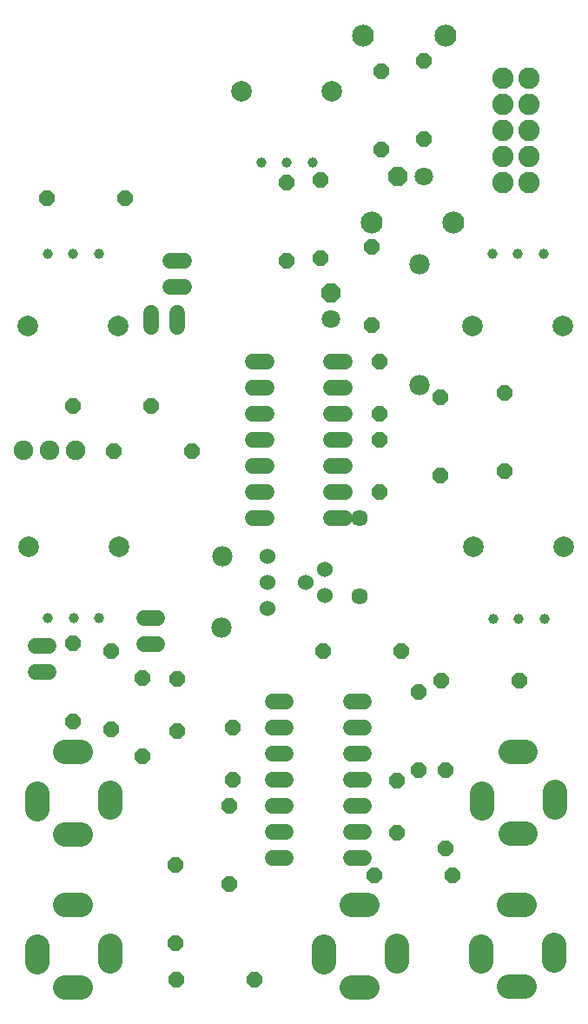
<source format=gbr>
G04 EAGLE Gerber RS-274X export*
G75*
%MOMM*%
%FSLAX34Y34*%
%LPD*%
%INSoldermask Top*%
%IPPOS*%
%AMOC8*
5,1,8,0,0,1.08239X$1,22.5*%
G01*
G04 Define Apertures*
%ADD10P,1.64956X8X292.5*%
%ADD11C,1.611200*%
%ADD12C,1.524000*%
%ADD13C,2.082800*%
%ADD14C,1.524000*%
%ADD15P,1.64956X8X112.5*%
%ADD16P,1.64956X8X22.5*%
%ADD17P,1.64956X8X202.5*%
%ADD18C,1.903200*%
%ADD19C,2.000000*%
%ADD20C,1.000000*%
%ADD21P,1.95198X8X112.5*%
%ADD22C,1.803400*%
%ADD23P,1.95198X8X202.5*%
%ADD24C,2.133600*%
%ADD25C,2.403200*%
%ADD26C,1.981200*%
D10*
X400812Y574802D03*
X400812Y524002D03*
X257556Y294712D03*
X257556Y243912D03*
D11*
X381000Y498602D03*
X381000Y422402D03*
D12*
X385566Y167132D02*
X372358Y167132D01*
X372358Y192532D02*
X385566Y192532D01*
X385566Y319532D02*
X372358Y319532D01*
X309366Y319532D02*
X296158Y319532D01*
X372358Y217932D02*
X385566Y217932D01*
X385566Y243332D02*
X372358Y243332D01*
X372358Y294132D02*
X385566Y294132D01*
X385566Y268732D02*
X372358Y268732D01*
X309366Y294132D02*
X296158Y294132D01*
X296158Y268732D02*
X309366Y268732D01*
X309366Y243332D02*
X296158Y243332D01*
X296158Y217932D02*
X309366Y217932D01*
X309366Y192532D02*
X296158Y192532D01*
X296158Y167132D02*
X309366Y167132D01*
X290062Y650748D02*
X276854Y650748D01*
X276854Y625348D02*
X290062Y625348D01*
X290062Y498348D02*
X276854Y498348D01*
X353054Y498348D02*
X366262Y498348D01*
X290062Y599948D02*
X276854Y599948D01*
X276854Y574548D02*
X290062Y574548D01*
X290062Y523748D02*
X276854Y523748D01*
X276854Y549148D02*
X290062Y549148D01*
X353054Y523748D02*
X366262Y523748D01*
X366262Y549148D02*
X353054Y549148D01*
X353054Y574548D02*
X366262Y574548D01*
X366262Y599948D02*
X353054Y599948D01*
X353054Y625348D02*
X366262Y625348D01*
X366262Y650748D02*
X353054Y650748D01*
D13*
X546100Y927100D03*
X520700Y927100D03*
X546100Y901700D03*
X520700Y901700D03*
X546100Y876300D03*
X520700Y876300D03*
X546100Y850900D03*
X520700Y850900D03*
X546100Y825500D03*
X520700Y825500D03*
D14*
X291084Y410210D03*
X291084Y435610D03*
X291084Y461010D03*
X347218Y448818D03*
X328168Y436118D03*
X347218Y423418D03*
D10*
X402082Y933450D03*
X402082Y857250D03*
D15*
X254000Y141732D03*
X254000Y217932D03*
D10*
X169672Y342646D03*
X169672Y266446D03*
X201748Y161033D03*
X201748Y84833D03*
D16*
X202438Y48514D03*
X278638Y48514D03*
D15*
X521970Y544576D03*
X521970Y620776D03*
X465072Y176278D03*
X465072Y252478D03*
D16*
X460248Y339790D03*
X536448Y339790D03*
D10*
X459740Y616458D03*
X459740Y540258D03*
X438404Y329184D03*
X438404Y252984D03*
D16*
X395478Y150876D03*
X471678Y150876D03*
D15*
X342900Y751332D03*
X342900Y827532D03*
D17*
X152400Y810260D03*
X76200Y810260D03*
D10*
X310134Y824992D03*
X310134Y748792D03*
D16*
X101600Y607314D03*
X177800Y607314D03*
D15*
X138938Y292608D03*
X138938Y368808D03*
X101600Y299974D03*
X101600Y376174D03*
D16*
X141738Y563626D03*
X217938Y563626D03*
D18*
X104394Y564134D03*
X78994Y564134D03*
X53594Y564134D03*
D16*
X345186Y368808D03*
X421386Y368808D03*
D19*
X354134Y914400D03*
X266134Y914400D03*
D20*
X335134Y844400D03*
X310134Y844400D03*
X285134Y844400D03*
D19*
X57600Y685800D03*
X145600Y685800D03*
D20*
X76600Y755800D03*
X101600Y755800D03*
X126600Y755800D03*
D19*
X146108Y470662D03*
X58108Y470662D03*
D20*
X127108Y400662D03*
X102108Y400662D03*
X77108Y400662D03*
D19*
X491178Y685800D03*
X579178Y685800D03*
D20*
X510178Y755800D03*
X535178Y755800D03*
X560178Y755800D03*
D19*
X579940Y470408D03*
X491940Y470408D03*
D20*
X560940Y400408D03*
X535940Y400408D03*
X510940Y400408D03*
D12*
X209804Y748792D02*
X196596Y748792D01*
X196596Y723392D02*
X209804Y723392D01*
X178054Y698246D02*
X178054Y685038D01*
X203454Y685038D02*
X203454Y698246D01*
X183896Y375412D02*
X170688Y375412D01*
X170688Y400812D02*
X183896Y400812D01*
X78232Y348996D02*
X65024Y348996D01*
X65024Y374396D02*
X78232Y374396D01*
D21*
X353060Y717804D03*
D22*
X353060Y692404D03*
D23*
X418084Y830834D03*
D22*
X443484Y830834D03*
D10*
X417068Y242570D03*
X417068Y191770D03*
X203200Y341630D03*
X203200Y290830D03*
X400304Y650748D03*
X400304Y599948D03*
D24*
X464688Y968502D03*
X384688Y968502D03*
X392726Y786040D03*
X472726Y786040D03*
D25*
X137600Y81940D02*
X137600Y66940D01*
X109100Y41440D02*
X94100Y41440D01*
X66600Y65940D02*
X66600Y80940D01*
X94100Y121440D02*
X109100Y121440D01*
X137600Y216100D02*
X137600Y231100D01*
X109100Y190600D02*
X94100Y190600D01*
X66600Y215100D02*
X66600Y230100D01*
X94100Y270600D02*
X109100Y270600D01*
X571432Y231354D02*
X571432Y216354D01*
X542932Y190854D02*
X527932Y190854D01*
X500432Y215354D02*
X500432Y230354D01*
X527932Y270854D02*
X542932Y270854D01*
X417000Y81940D02*
X417000Y66940D01*
X388500Y41440D02*
X373500Y41440D01*
X346000Y65940D02*
X346000Y80940D01*
X373500Y121440D02*
X388500Y121440D01*
X570416Y82448D02*
X570416Y67448D01*
X541916Y41948D02*
X526916Y41948D01*
X499416Y66448D02*
X499416Y81448D01*
X526916Y121948D02*
X541916Y121948D01*
D10*
X443738Y944118D03*
X443738Y867918D03*
X392684Y762254D03*
X392684Y686054D03*
D26*
X439166Y627888D03*
X439420Y745998D03*
X247142Y461010D03*
X246380Y392176D03*
M02*

</source>
